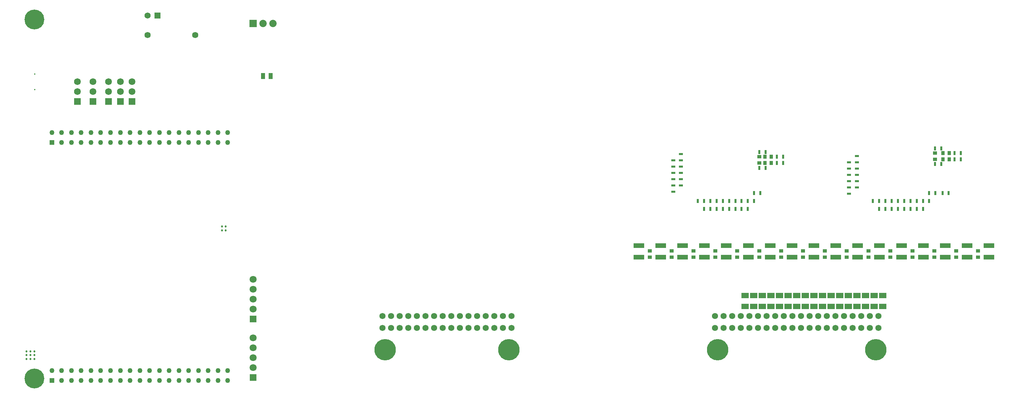
<source format=gbs>
G04*
G04 #@! TF.GenerationSoftware,Altium Limited,Altium Designer,23.11.1 (41)*
G04*
G04 Layer_Color=16711935*
%FSLAX25Y25*%
%MOIN*%
G70*
G04*
G04 #@! TF.SameCoordinates,3E60C5BA-0C76-47EE-A8DA-6B49124F06CB*
G04*
G04*
G04 #@! TF.FilePolarity,Negative*
G04*
G01*
G75*
%ADD60R,0.03842X0.06008*%
%ADD61R,0.10929X0.04630*%
%ADD62R,0.04236X0.03449*%
%ADD63R,0.03449X0.04236*%
%ADD71R,0.07386X0.05496*%
%ADD75R,0.04000X0.02425*%
%ADD76R,0.02425X0.04000*%
%ADD80C,0.00299*%
%ADD81C,0.06264*%
%ADD82C,0.01382*%
%ADD83C,0.05024*%
%ADD84R,0.05024X0.05024*%
%ADD85R,0.07386X0.07386*%
%ADD86C,0.07386*%
%ADD87C,0.07091*%
%ADD88R,0.07091X0.07091*%
%ADD89C,0.06795*%
%ADD90R,0.06795X0.06795*%
%ADD91C,0.21559*%
%ADD92C,0.06205*%
%ADD93R,0.06205X0.06205*%
%ADD94C,0.19984*%
%ADD95C,0.02071*%
D60*
X246260Y320866D02*
D03*
X253740D02*
D03*
D61*
X801181Y150000D02*
D03*
Y138189D02*
D03*
X823228Y150000D02*
D03*
Y138189D02*
D03*
X845276Y150000D02*
D03*
Y138189D02*
D03*
X867323Y150000D02*
D03*
Y138189D02*
D03*
X889370Y150000D02*
D03*
Y138189D02*
D03*
X911417Y150000D02*
D03*
Y138189D02*
D03*
X933465Y150000D02*
D03*
Y138189D02*
D03*
X955512Y150000D02*
D03*
Y138189D02*
D03*
X977559Y150000D02*
D03*
Y138189D02*
D03*
X624803Y150000D02*
D03*
Y138189D02*
D03*
X646850Y150000D02*
D03*
Y138189D02*
D03*
X668898Y150000D02*
D03*
Y138189D02*
D03*
X690945Y150000D02*
D03*
Y138189D02*
D03*
X712992Y150000D02*
D03*
Y138189D02*
D03*
X735039Y150000D02*
D03*
Y138189D02*
D03*
X757087Y150000D02*
D03*
Y138189D02*
D03*
X779134Y150000D02*
D03*
Y138189D02*
D03*
D62*
X746063Y233071D02*
D03*
Y239370D02*
D03*
X923228Y237008D02*
D03*
Y243307D02*
D03*
X812205Y144488D02*
D03*
Y138189D02*
D03*
X834252Y144488D02*
D03*
Y138189D02*
D03*
X856299Y144488D02*
D03*
Y138189D02*
D03*
X878347Y144488D02*
D03*
Y138189D02*
D03*
X900394Y144488D02*
D03*
Y138189D02*
D03*
X922441Y144488D02*
D03*
Y138189D02*
D03*
X944488Y144488D02*
D03*
Y138189D02*
D03*
X966535Y144488D02*
D03*
Y138189D02*
D03*
X635827Y144488D02*
D03*
Y138189D02*
D03*
X657874Y144488D02*
D03*
Y138189D02*
D03*
X679921Y144488D02*
D03*
Y138189D02*
D03*
X701968Y144488D02*
D03*
Y138189D02*
D03*
X724016Y144488D02*
D03*
Y138189D02*
D03*
X746063Y144488D02*
D03*
Y138189D02*
D03*
X768110Y144488D02*
D03*
Y138189D02*
D03*
X790158Y144488D02*
D03*
Y138189D02*
D03*
D63*
X751968Y233071D02*
D03*
X758268D02*
D03*
X751968Y239370D02*
D03*
X758268D02*
D03*
X931102Y243307D02*
D03*
X937402D02*
D03*
X931102Y237008D02*
D03*
X937402D02*
D03*
D71*
X731890Y99587D02*
D03*
Y88602D02*
D03*
X740551Y99587D02*
D03*
Y88602D02*
D03*
X749213Y99587D02*
D03*
Y88602D02*
D03*
X757874Y99587D02*
D03*
Y88602D02*
D03*
X766535Y99587D02*
D03*
Y88602D02*
D03*
X775197Y99587D02*
D03*
Y88602D02*
D03*
X783858Y99587D02*
D03*
Y88602D02*
D03*
X792520Y99587D02*
D03*
Y88602D02*
D03*
X801181Y99587D02*
D03*
Y88602D02*
D03*
X809842Y99587D02*
D03*
Y88602D02*
D03*
X818504Y99587D02*
D03*
Y88602D02*
D03*
X827165Y99587D02*
D03*
Y88602D02*
D03*
X835827Y99587D02*
D03*
Y88602D02*
D03*
X844488Y99587D02*
D03*
Y88602D02*
D03*
X853150Y99587D02*
D03*
Y88602D02*
D03*
X861811Y99587D02*
D03*
Y88602D02*
D03*
X870472Y99587D02*
D03*
Y88602D02*
D03*
D75*
X844488Y233858D02*
D03*
Y240158D02*
D03*
X836614Y227559D02*
D03*
Y233858D02*
D03*
X844488Y221260D02*
D03*
Y227559D02*
D03*
X836614Y214961D02*
D03*
Y221260D02*
D03*
X844488Y208661D02*
D03*
Y214961D02*
D03*
X836614Y202362D02*
D03*
Y208661D02*
D03*
X667323Y235827D02*
D03*
Y242126D02*
D03*
X659449Y229528D02*
D03*
Y235827D02*
D03*
X667323Y223228D02*
D03*
Y229528D02*
D03*
X659449Y216929D02*
D03*
Y223228D02*
D03*
X667323Y210630D02*
D03*
Y216929D02*
D03*
X659449Y204331D02*
D03*
Y210630D02*
D03*
D76*
X752362Y228346D02*
D03*
X746063D02*
D03*
X752362Y244094D02*
D03*
X746063D02*
D03*
X770079Y233071D02*
D03*
X763779D02*
D03*
X770079Y239370D02*
D03*
X763779D02*
D03*
X949213Y243307D02*
D03*
X942913D02*
D03*
X949213Y237008D02*
D03*
X942913D02*
D03*
X929528Y232283D02*
D03*
X923228D02*
D03*
X929528Y248031D02*
D03*
X923228D02*
D03*
X866929Y194882D02*
D03*
X860630D02*
D03*
X873228Y187008D02*
D03*
X866929D02*
D03*
X879528Y194882D02*
D03*
X873228D02*
D03*
X885827Y187008D02*
D03*
X879527D02*
D03*
X892126Y194882D02*
D03*
X885827D02*
D03*
X898425Y187008D02*
D03*
X892126D02*
D03*
X904724Y194882D02*
D03*
X898425D02*
D03*
X911024Y187008D02*
D03*
X904724D02*
D03*
X917323Y194882D02*
D03*
X911024D02*
D03*
X923622Y202756D02*
D03*
X917323D02*
D03*
X937008D02*
D03*
X930709D02*
D03*
X690551Y194882D02*
D03*
X684252D02*
D03*
X696850Y187008D02*
D03*
X690551D02*
D03*
X703150Y194882D02*
D03*
X696850D02*
D03*
X709449Y187008D02*
D03*
X703150D02*
D03*
X715748Y194882D02*
D03*
X709449D02*
D03*
X722047Y187008D02*
D03*
X715748D02*
D03*
X728346Y194882D02*
D03*
X722047D02*
D03*
X734646Y187008D02*
D03*
X728346D02*
D03*
X740945Y194882D02*
D03*
X734646D02*
D03*
X747244Y202756D02*
D03*
X740945D02*
D03*
D80*
X543307Y377953D02*
D03*
Y15748D02*
D03*
X988189D02*
D03*
Y377953D02*
D03*
D81*
X177921Y362205D02*
D03*
X129921D02*
D03*
D82*
X16339Y322835D02*
D03*
Y307087D02*
D03*
D83*
X210630Y23779D02*
D03*
X200787D02*
D03*
X190945D02*
D03*
X181102D02*
D03*
X171260D02*
D03*
X161417D02*
D03*
X151575D02*
D03*
X141732D02*
D03*
X131890D02*
D03*
X122047D02*
D03*
X112205D02*
D03*
X102362D02*
D03*
X92520D02*
D03*
X82677D02*
D03*
X72835D02*
D03*
X62992D02*
D03*
X53150D02*
D03*
X43307D02*
D03*
X33465D02*
D03*
X210630Y13780D02*
D03*
X200787D02*
D03*
X190945D02*
D03*
X181102D02*
D03*
X171260D02*
D03*
X161417D02*
D03*
X151575D02*
D03*
X141732D02*
D03*
X131890D02*
D03*
X122047D02*
D03*
X112205D02*
D03*
X102362D02*
D03*
X92520D02*
D03*
X82677D02*
D03*
X72835D02*
D03*
X62992D02*
D03*
X53150D02*
D03*
X43307D02*
D03*
X210630Y263779D02*
D03*
X200787D02*
D03*
X190945D02*
D03*
X181102D02*
D03*
X171260D02*
D03*
X161417D02*
D03*
X151575D02*
D03*
X141732D02*
D03*
X131890D02*
D03*
X122047D02*
D03*
X112205D02*
D03*
X102362D02*
D03*
X92520D02*
D03*
X82677D02*
D03*
X72835D02*
D03*
X62992D02*
D03*
X53150D02*
D03*
X43307D02*
D03*
X33465D02*
D03*
X210630Y253780D02*
D03*
X200787D02*
D03*
X190945D02*
D03*
X181102D02*
D03*
X171260D02*
D03*
X161417D02*
D03*
X151575D02*
D03*
X141732D02*
D03*
X131890D02*
D03*
X122047D02*
D03*
X112205D02*
D03*
X102362D02*
D03*
X92520D02*
D03*
X82677D02*
D03*
X72835D02*
D03*
X62992D02*
D03*
X53150D02*
D03*
X43307D02*
D03*
D84*
X33465Y13780D02*
D03*
Y253780D02*
D03*
D85*
X236221Y374016D02*
D03*
D86*
X246220D02*
D03*
X256221D02*
D03*
D87*
X236221Y56870D02*
D03*
Y46870D02*
D03*
Y36870D02*
D03*
Y26870D02*
D03*
Y115925D02*
D03*
Y105925D02*
D03*
Y95925D02*
D03*
Y85925D02*
D03*
D88*
Y16870D02*
D03*
Y75925D02*
D03*
D89*
X114173Y315276D02*
D03*
Y305276D02*
D03*
X102362Y315276D02*
D03*
Y305276D02*
D03*
X90551Y315276D02*
D03*
Y305276D02*
D03*
X74803Y315276D02*
D03*
Y305276D02*
D03*
X59055Y315276D02*
D03*
Y305276D02*
D03*
D90*
X114173Y295276D02*
D03*
X102362D02*
D03*
X90551D02*
D03*
X74803D02*
D03*
X59055D02*
D03*
D91*
X704331Y44882D02*
D03*
X863386D02*
D03*
X369291D02*
D03*
X493701D02*
D03*
D92*
X701575Y66929D02*
D03*
X710236D02*
D03*
X718898D02*
D03*
X727559D02*
D03*
X736221D02*
D03*
X744882D02*
D03*
X753543D02*
D03*
X762205D02*
D03*
X770866D02*
D03*
X779528D02*
D03*
X788189D02*
D03*
X796850D02*
D03*
X805512D02*
D03*
X814173D02*
D03*
X822835D02*
D03*
X831496D02*
D03*
X840158D02*
D03*
X848819D02*
D03*
X857480D02*
D03*
X866142D02*
D03*
X701575Y78740D02*
D03*
X710236D02*
D03*
X718898D02*
D03*
X727559D02*
D03*
X736221D02*
D03*
X744882D02*
D03*
X753543D02*
D03*
X762205D02*
D03*
X770866D02*
D03*
X779528D02*
D03*
X788189D02*
D03*
X796850D02*
D03*
X805512D02*
D03*
X814173D02*
D03*
X822835D02*
D03*
X831496D02*
D03*
X840158D02*
D03*
X848819D02*
D03*
X857480D02*
D03*
X866142D02*
D03*
X366535Y66929D02*
D03*
X375197D02*
D03*
X383858D02*
D03*
X392520D02*
D03*
X401181D02*
D03*
X409842D02*
D03*
X418504D02*
D03*
X427165D02*
D03*
X435827D02*
D03*
X444488D02*
D03*
X453150D02*
D03*
X461811D02*
D03*
X470472D02*
D03*
X479134D02*
D03*
X487795D02*
D03*
X496457D02*
D03*
X366535Y78740D02*
D03*
X375197D02*
D03*
X383858D02*
D03*
X392520D02*
D03*
X401181D02*
D03*
X409842D02*
D03*
X418504D02*
D03*
X427165D02*
D03*
X435827D02*
D03*
X444488D02*
D03*
X453150D02*
D03*
X461811D02*
D03*
X470472D02*
D03*
X479134D02*
D03*
X487795D02*
D03*
X496457D02*
D03*
X129764Y381890D02*
D03*
D93*
X139764D02*
D03*
D94*
X15748Y15748D02*
D03*
Y377953D02*
D03*
D95*
X11811Y43307D02*
D03*
X15748Y39370D02*
D03*
X11811Y35433D02*
D03*
X7874Y39370D02*
D03*
X15748Y43307D02*
D03*
Y35433D02*
D03*
X204724Y169291D02*
D03*
X208661D02*
D03*
Y165354D02*
D03*
X204724D02*
D03*
X7874Y43307D02*
D03*
X11811Y39370D02*
D03*
X7874Y35433D02*
D03*
M02*

</source>
